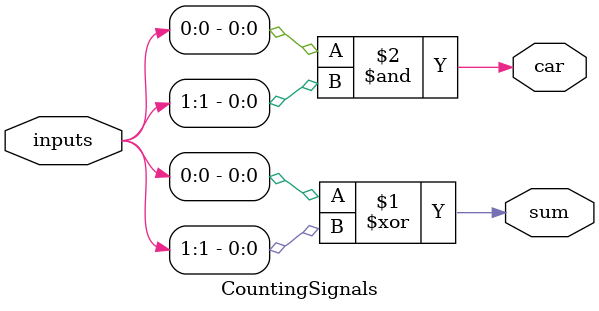
<source format=sv>

module CountingSignals (
  input logic [2:0] inputs, output sum, car
);

    assign sum = inputs[0] ^ inputs[1];
    assign car = inputs[0] & inputs[1];
endmodule

</source>
